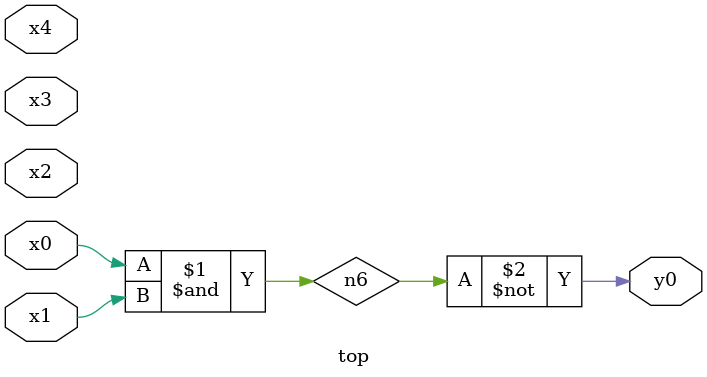
<source format=v>
module top( x0 , x1 , x2 , x3 , x4 , y0 );
  input x0 , x1 , x2 , x3 , x4 ;
  output y0 ;
  wire n6 ;
  assign n6 = x0 & x1 ;
  assign y0 = ~n6 ;
endmodule

</source>
